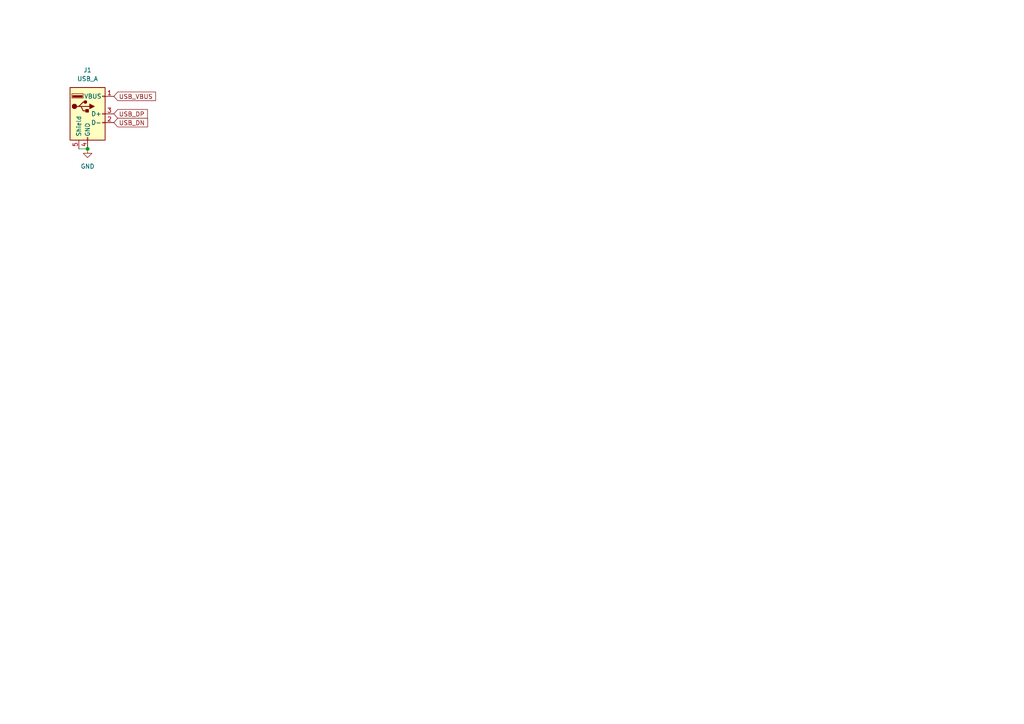
<source format=kicad_sch>
(kicad_sch (version 20231120) (generator "eeschema") (generator_version "8.0")
  (paper "A4")
  (lib_symbols
    (symbol "Connector:USB_A" (pin_names (offset 1.016))
      (property "Reference" "J" (at -5.08 11.43 0))
      (property "Value" "USB_A" (at -5.08 8.89 0))
      (symbol "USB_A_0_1"
        (rectangle (start -5.08 -7.62) (end 5.08 7.62) (stroke (width 0.254)) (fill (type background)))
        (circle (center -3.81 2.159) (radius 0.635) (stroke (width 0.254)) (fill (type outline)))
        (rectangle (start -1.524 4.826) (end -4.318 5.334) (fill (type outline)))
        (rectangle (start -1.27 4.572) (end -4.572 5.842))
        (circle (center -0.635 3.429) (radius 0.381) (stroke (width 0.254)) (fill (type outline)))
        (rectangle (start -0.127 -7.62) (end 0.127 -6.858))
        (polyline (pts (xy -3.175 2.159) (xy -2.54 2.159) (xy -1.27 3.429) (xy -0.635 3.429)) (stroke (width 0.254)))
        (polyline (pts (xy -2.54 2.159) (xy -1.905 2.159) (xy -1.27 0.889) (xy 0 0.889)) (stroke (width 0.254)))
        (polyline (pts (xy 0.635 2.794) (xy 0.635 1.524) (xy 1.905 2.159) (xy 0.635 2.794)) (stroke (width 0.254)) (fill (type outline)))
        (rectangle (start 0.254 1.27) (end -0.508 0.508) (stroke (width 0.254)) (fill (type outline)))
        (rectangle (start 5.08 -2.667) (end 4.318 -2.413))
        (rectangle (start 5.08 -0.127) (end 4.318 0.127))
        (rectangle (start 5.08 4.953) (end 4.318 5.207))
      )
      (symbol "USB_A_1_1"
        (polyline (pts (xy -1.905 2.159) (xy 0.635 2.159)) (stroke (width 0.254)))
        (pin power_in line (at 7.62 5.08 180) (length 2.54) (name "VBUS") (number "1"))
        (pin bidirectional line (at 7.62 -2.54 180) (length 2.54) (name "D-") (number "2"))
        (pin bidirectional line (at 7.62 0 180) (length 2.54) (name "D+") (number "3"))
        (pin power_in line (at 0 -10.16 90) (length 2.54) (name "GND") (number "4"))
        (pin passive line (at -2.54 -10.16 90) (length 2.54) (name "Shield") (number "5"))
      )
    )
    (symbol "power:GND" (power) (pin_numbers hide) (pin_names (offset 0) hide)
      (property "Value" "GND" (at 0 -3.81 0))
      (symbol "GND_0_1"
        (polyline (pts (xy 0 0) (xy 0 -1.27) (xy 1.27 -1.27) (xy 0 -2.54) (xy -1.27 -1.27) (xy 0 -1.27)))
      )
      (symbol "GND_1_1"
        (pin power_in line (at 0 0 270) (length 0) (name "~") (number "1"))
      )
    )
  )
  (junction (at 25.4 43.18))
  (wire (pts (xy 22.86 43.18) (xy 25.4 43.18)))
  (global_label "USB_DN" (shape input) (at 33.02 35.56 0) (property "Intersheetrefs" "${INTERSHEET_REFS}" (effects (hide yes))))
  (global_label "USB_DP" (shape input) (at 33.02 33.02 0) (property "Intersheetrefs" "${INTERSHEET_REFS}" (effects (hide yes))))
  (global_label "USB_VBUS" (shape input) (at 33.02 27.94 0) (property "Intersheetrefs" "${INTERSHEET_REFS}" (effects (hide yes))))
  (symbol (lib_id "Connector:USB_A") (at 25.4 33.02 0) (unit 1)
    (property "Reference" "J1" (at 25.4 20.32 0))
    (property "Value" "USB_A" (at 25.4 22.86 0))
    (property "Description" "USB Type A connector" (effects (hide yes)))
  )
  (symbol (lib_id "power:GND") (at 25.4 43.18 0) (unit 1)
    (property "Reference" "#PWR07" (effects (hide yes)))
    (property "Value" "GND" (at 25.4 48.26 0))
    (property "Description" "Power symbol creates a global label with name \"GND\" , ground" (effects (hide yes)))
  )
)
</source>
